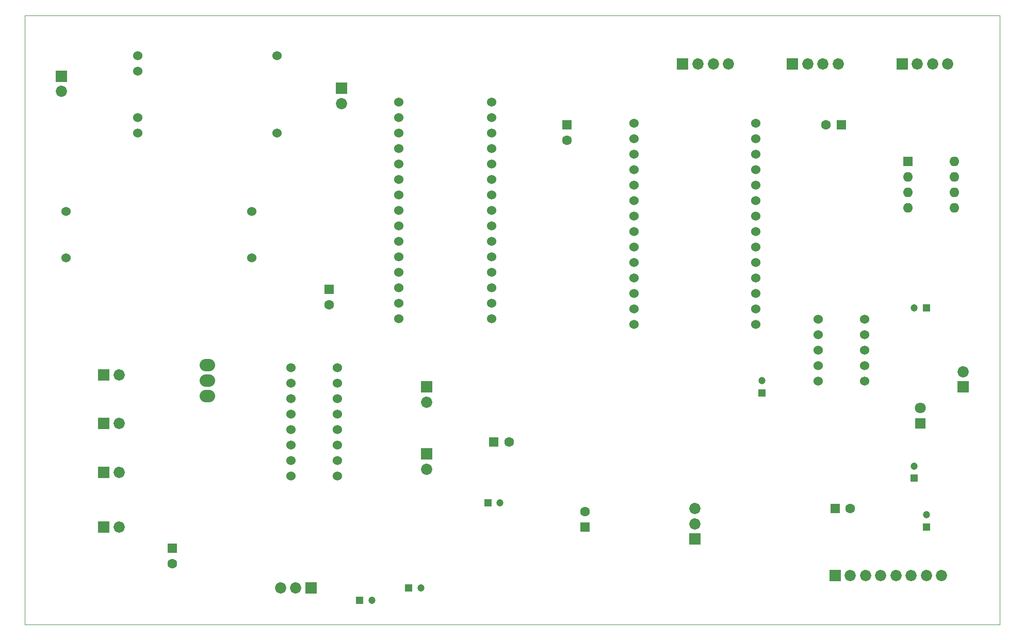
<source format=gbr>
G04 #@! TF.FileFunction,Soldermask,Bot*
%FSLAX46Y46*%
G04 Gerber Fmt 4.6, Leading zero omitted, Abs format (unit mm)*
G04 Created by KiCad (PCBNEW 4.0.5) date 06/25/17 19:58:10*
%MOMM*%
%LPD*%
G01*
G04 APERTURE LIST*
%ADD10C,0.150000*%
%ADD11C,0.100000*%
%ADD12R,1.200000X1.200000*%
%ADD13C,1.200000*%
%ADD14R,1.600000X1.600000*%
%ADD15C,1.600000*%
%ADD16R,1.800000X1.800000*%
%ADD17C,1.800000*%
%ADD18R,1.850000X1.850000*%
%ADD19C,1.850000*%
%ADD20O,2.540000X2.032000*%
%ADD21C,1.524000*%
%ADD22O,1.600000X1.600000*%
G04 APERTURE END LIST*
D10*
D11*
X60000000Y-140000000D02*
X60000000Y-40000000D01*
X220000000Y-140000000D02*
X60000000Y-140000000D01*
X220000000Y-40000000D02*
X220000000Y-140000000D01*
X60000000Y-40000000D02*
X220000000Y-40000000D01*
D12*
X136000000Y-120000000D03*
D13*
X138000000Y-120000000D03*
D14*
X84250000Y-127500000D03*
D15*
X84250000Y-130000000D03*
D14*
X193000000Y-121000000D03*
D15*
X195500000Y-121000000D03*
D14*
X152000000Y-124000000D03*
D15*
X152000000Y-121500000D03*
D14*
X110000000Y-85000000D03*
D15*
X110000000Y-87500000D03*
D12*
X115000000Y-136000000D03*
D13*
X117000000Y-136000000D03*
D12*
X123000000Y-134000000D03*
D13*
X125000000Y-134000000D03*
D14*
X194000000Y-58000000D03*
D15*
X191500000Y-58000000D03*
D14*
X137000000Y-110000000D03*
D15*
X139500000Y-110000000D03*
D14*
X149000000Y-58000000D03*
D15*
X149000000Y-60500000D03*
D12*
X206000000Y-116000000D03*
D13*
X206000000Y-114000000D03*
D12*
X181000000Y-102000000D03*
D13*
X181000000Y-100000000D03*
D12*
X208000000Y-124000000D03*
D13*
X208000000Y-122000000D03*
D12*
X208000000Y-88000000D03*
D13*
X206000000Y-88000000D03*
D16*
X207000000Y-107000000D03*
D17*
X207000000Y-104460000D03*
D18*
X66000000Y-50000000D03*
D19*
X66000000Y-52500000D03*
D18*
X170000000Y-126000000D03*
D19*
X170000000Y-123500000D03*
X170000000Y-121000000D03*
D18*
X73000000Y-124000000D03*
D19*
X75500000Y-124000000D03*
D18*
X73000000Y-115000000D03*
D19*
X75500000Y-115000000D03*
D18*
X73000000Y-107000000D03*
D19*
X75500000Y-107000000D03*
D18*
X73000000Y-99000000D03*
D19*
X75500000Y-99000000D03*
D18*
X107000000Y-134000000D03*
D19*
X104500000Y-134000000D03*
X102000000Y-134000000D03*
D18*
X112000000Y-52000000D03*
D19*
X112000000Y-54500000D03*
D18*
X126000000Y-101000000D03*
D19*
X126000000Y-103500000D03*
D18*
X126000000Y-112000000D03*
D19*
X126000000Y-114500000D03*
D18*
X168000000Y-48000000D03*
D19*
X170500000Y-48000000D03*
X173000000Y-48000000D03*
X175500000Y-48000000D03*
D18*
X186000000Y-48000000D03*
D19*
X188500000Y-48000000D03*
X191000000Y-48000000D03*
X193500000Y-48000000D03*
D18*
X204000000Y-48000000D03*
D19*
X206500000Y-48000000D03*
X209000000Y-48000000D03*
X211500000Y-48000000D03*
D18*
X193000000Y-132000000D03*
D19*
X195500000Y-132000000D03*
X198000000Y-132000000D03*
X200500000Y-132000000D03*
X203000000Y-132000000D03*
X205500000Y-132000000D03*
X208000000Y-132000000D03*
X210500000Y-132000000D03*
D18*
X214000000Y-101000000D03*
D19*
X214000000Y-98500000D03*
D20*
X90000000Y-100000000D03*
X90000000Y-97460000D03*
X90000000Y-102540000D03*
D21*
X66760000Y-72190000D03*
X66760000Y-79810000D03*
X97240000Y-72190000D03*
X97240000Y-79810000D03*
X78570000Y-56810000D03*
X78570000Y-49190000D03*
X78570000Y-46650000D03*
X78570000Y-59350000D03*
X101430000Y-46650000D03*
X101430000Y-59350000D03*
X111310000Y-108020000D03*
X111310000Y-110560000D03*
X111310000Y-113100000D03*
X111310000Y-115640000D03*
X111310000Y-105480000D03*
X111310000Y-102940000D03*
X111310000Y-100400000D03*
X111310000Y-97860000D03*
X103690000Y-115640000D03*
X103690000Y-113100000D03*
X103690000Y-110560000D03*
X103690000Y-108020000D03*
X103690000Y-105480000D03*
X103690000Y-102940000D03*
X103690000Y-100400000D03*
X103690000Y-97860000D03*
X136620000Y-74540000D03*
X136620000Y-77080000D03*
X136620000Y-79620000D03*
X136620000Y-82160000D03*
X136620000Y-84700000D03*
X136620000Y-87240000D03*
X136620000Y-89780000D03*
X136620000Y-72000000D03*
X136620000Y-69460000D03*
X136620000Y-66920000D03*
X136620000Y-64380000D03*
X136620000Y-61840000D03*
X136620000Y-59300000D03*
X136620000Y-56760000D03*
X136620000Y-54220000D03*
X121380000Y-54220000D03*
X121380000Y-56760000D03*
X121380000Y-59300000D03*
X121380000Y-61840000D03*
X121380000Y-64380000D03*
X121380000Y-66920000D03*
X121380000Y-69460000D03*
X121380000Y-72000000D03*
X121380000Y-74540000D03*
X121380000Y-77080000D03*
X121380000Y-79620000D03*
X121380000Y-82160000D03*
X121380000Y-84700000D03*
X121380000Y-87240000D03*
X121380000Y-89780000D03*
X180000000Y-90700000D03*
X180000000Y-88160000D03*
X180000000Y-85620000D03*
X180000000Y-83080000D03*
X180000000Y-80540000D03*
X180000000Y-78000000D03*
X180000000Y-75460000D03*
X180000000Y-72920000D03*
X180000000Y-70380000D03*
X180000000Y-67840000D03*
X180000000Y-65300000D03*
X180000000Y-62760000D03*
X180000000Y-60220000D03*
X180000000Y-57680000D03*
X160000000Y-90700000D03*
X160000000Y-88160000D03*
X160000000Y-85620000D03*
X160000000Y-83080000D03*
X160000000Y-80540000D03*
X160000000Y-78000000D03*
X160000000Y-75460000D03*
X160000000Y-72920000D03*
X160000000Y-70380000D03*
X160000000Y-67840000D03*
X160000000Y-65300000D03*
X160000000Y-62760000D03*
X160000000Y-60220000D03*
X160000000Y-57680000D03*
X197810000Y-95000000D03*
X197810000Y-97540000D03*
X197810000Y-100080000D03*
X197810000Y-92460000D03*
X197810000Y-89920000D03*
X190190000Y-95000000D03*
X190190000Y-97540000D03*
X190190000Y-100080000D03*
X190190000Y-92460000D03*
X190190000Y-89920000D03*
D14*
X205000000Y-64000000D03*
D22*
X212620000Y-71620000D03*
X205000000Y-66540000D03*
X212620000Y-69080000D03*
X205000000Y-69080000D03*
X212620000Y-66540000D03*
X205000000Y-71620000D03*
X212620000Y-64000000D03*
M02*

</source>
